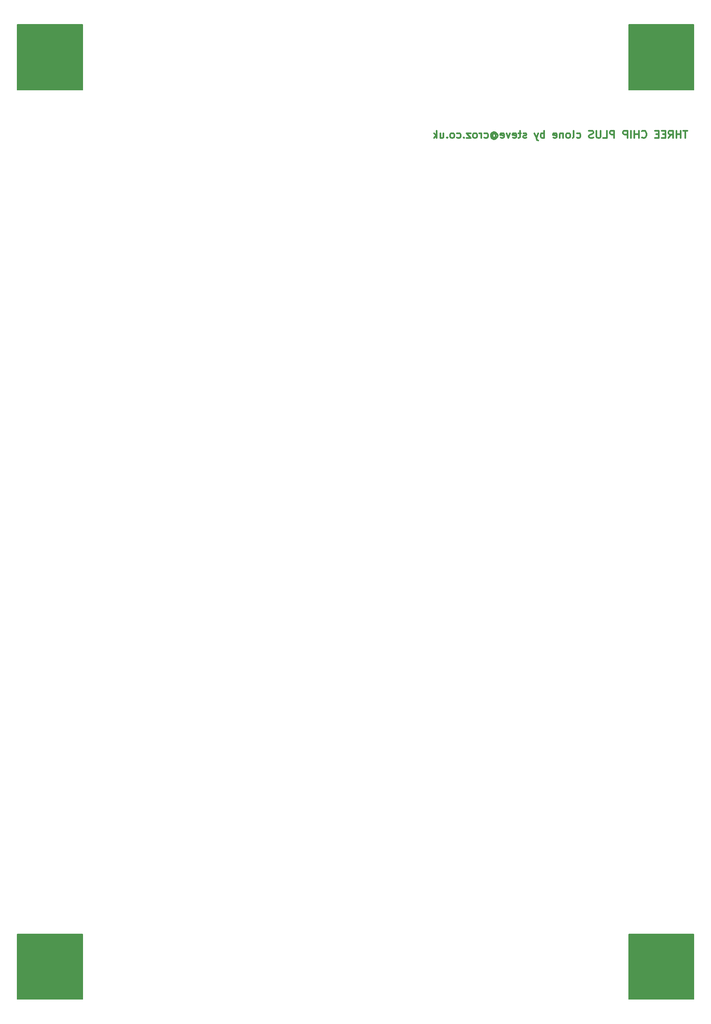
<source format=gbo>
G04 #@! TF.GenerationSoftware,KiCad,Pcbnew,(5.0.1-3-g963ef8bb5)*
G04 #@! TF.CreationDate,2021-04-15T11:53:04-07:00*
G04 #@! TF.ProjectId,three chip plus,7468726565206368697020706C75732E,rev?*
G04 #@! TF.SameCoordinates,Original*
G04 #@! TF.FileFunction,Legend,Bot*
G04 #@! TF.FilePolarity,Positive*
%FSLAX46Y46*%
G04 Gerber Fmt 4.6, Leading zero omitted, Abs format (unit mm)*
G04 Created by KiCad (PCBNEW (5.0.1-3-g963ef8bb5)) date Thursday, 15 April 2021 at 11:53:04*
%MOMM*%
%LPD*%
G01*
G04 APERTURE LIST*
%ADD10C,0.150000*%
%ADD11C,0.300000*%
G04 APERTURE END LIST*
D10*
G36*
X31877000Y-202184000D02*
X44958000Y-202184000D01*
X44958000Y-215265000D01*
X31877000Y-215265000D01*
X31877000Y-202184000D01*
G37*
X31877000Y-202184000D02*
X44958000Y-202184000D01*
X44958000Y-215265000D01*
X31877000Y-215265000D01*
X31877000Y-202184000D01*
G36*
X154686000Y-202184000D02*
X167767000Y-202184000D01*
X167767000Y-215265000D01*
X154686000Y-215265000D01*
X154686000Y-202184000D01*
G37*
X154686000Y-202184000D02*
X167767000Y-202184000D01*
X167767000Y-215265000D01*
X154686000Y-215265000D01*
X154686000Y-202184000D01*
G36*
X154686000Y-19685000D02*
X167767000Y-19685000D01*
X167767000Y-32766000D01*
X154686000Y-32766000D01*
X154686000Y-19685000D01*
G37*
X154686000Y-19685000D02*
X167767000Y-19685000D01*
X167767000Y-32766000D01*
X154686000Y-32766000D01*
X154686000Y-19685000D01*
G36*
X31877000Y-19685000D02*
X44958000Y-19685000D01*
X44958000Y-32766000D01*
X31877000Y-32766000D01*
X31877000Y-19685000D01*
G37*
X31877000Y-19685000D02*
X44958000Y-19685000D01*
X44958000Y-32766000D01*
X31877000Y-32766000D01*
X31877000Y-19685000D01*
D11*
X166505714Y-40961571D02*
X165648571Y-40961571D01*
X166077142Y-42461571D02*
X166077142Y-40961571D01*
X165148571Y-42461571D02*
X165148571Y-40961571D01*
X165148571Y-41675857D02*
X164291428Y-41675857D01*
X164291428Y-42461571D02*
X164291428Y-40961571D01*
X162720000Y-42461571D02*
X163220000Y-41747285D01*
X163577142Y-42461571D02*
X163577142Y-40961571D01*
X163005714Y-40961571D01*
X162862857Y-41033000D01*
X162791428Y-41104428D01*
X162720000Y-41247285D01*
X162720000Y-41461571D01*
X162791428Y-41604428D01*
X162862857Y-41675857D01*
X163005714Y-41747285D01*
X163577142Y-41747285D01*
X162077142Y-41675857D02*
X161577142Y-41675857D01*
X161362857Y-42461571D02*
X162077142Y-42461571D01*
X162077142Y-40961571D01*
X161362857Y-40961571D01*
X160720000Y-41675857D02*
X160220000Y-41675857D01*
X160005714Y-42461571D02*
X160720000Y-42461571D01*
X160720000Y-40961571D01*
X160005714Y-40961571D01*
X157362857Y-42318714D02*
X157434285Y-42390142D01*
X157648571Y-42461571D01*
X157791428Y-42461571D01*
X158005714Y-42390142D01*
X158148571Y-42247285D01*
X158220000Y-42104428D01*
X158291428Y-41818714D01*
X158291428Y-41604428D01*
X158220000Y-41318714D01*
X158148571Y-41175857D01*
X158005714Y-41033000D01*
X157791428Y-40961571D01*
X157648571Y-40961571D01*
X157434285Y-41033000D01*
X157362857Y-41104428D01*
X156720000Y-42461571D02*
X156720000Y-40961571D01*
X156720000Y-41675857D02*
X155862857Y-41675857D01*
X155862857Y-42461571D02*
X155862857Y-40961571D01*
X155148571Y-42461571D02*
X155148571Y-40961571D01*
X154434285Y-42461571D02*
X154434285Y-40961571D01*
X153862857Y-40961571D01*
X153720000Y-41033000D01*
X153648571Y-41104428D01*
X153577142Y-41247285D01*
X153577142Y-41461571D01*
X153648571Y-41604428D01*
X153720000Y-41675857D01*
X153862857Y-41747285D01*
X154434285Y-41747285D01*
X151791428Y-42461571D02*
X151791428Y-40961571D01*
X151220000Y-40961571D01*
X151077142Y-41033000D01*
X151005714Y-41104428D01*
X150934285Y-41247285D01*
X150934285Y-41461571D01*
X151005714Y-41604428D01*
X151077142Y-41675857D01*
X151220000Y-41747285D01*
X151791428Y-41747285D01*
X149577142Y-42461571D02*
X150291428Y-42461571D01*
X150291428Y-40961571D01*
X149077142Y-40961571D02*
X149077142Y-42175857D01*
X149005714Y-42318714D01*
X148934285Y-42390142D01*
X148791428Y-42461571D01*
X148505714Y-42461571D01*
X148362857Y-42390142D01*
X148291428Y-42318714D01*
X148220000Y-42175857D01*
X148220000Y-40961571D01*
X147577142Y-42390142D02*
X147362857Y-42461571D01*
X147005714Y-42461571D01*
X146862857Y-42390142D01*
X146791428Y-42318714D01*
X146720000Y-42175857D01*
X146720000Y-42033000D01*
X146791428Y-41890142D01*
X146862857Y-41818714D01*
X147005714Y-41747285D01*
X147291428Y-41675857D01*
X147434285Y-41604428D01*
X147505714Y-41533000D01*
X147577142Y-41390142D01*
X147577142Y-41247285D01*
X147505714Y-41104428D01*
X147434285Y-41033000D01*
X147291428Y-40961571D01*
X146934285Y-40961571D01*
X146720000Y-41033000D01*
X144291428Y-42390142D02*
X144434285Y-42461571D01*
X144720000Y-42461571D01*
X144862857Y-42390142D01*
X144934285Y-42318714D01*
X145005714Y-42175857D01*
X145005714Y-41747285D01*
X144934285Y-41604428D01*
X144862857Y-41533000D01*
X144720000Y-41461571D01*
X144434285Y-41461571D01*
X144291428Y-41533000D01*
X143434285Y-42461571D02*
X143577142Y-42390142D01*
X143648571Y-42247285D01*
X143648571Y-40961571D01*
X142648571Y-42461571D02*
X142791428Y-42390142D01*
X142862857Y-42318714D01*
X142934285Y-42175857D01*
X142934285Y-41747285D01*
X142862857Y-41604428D01*
X142791428Y-41533000D01*
X142648571Y-41461571D01*
X142434285Y-41461571D01*
X142291428Y-41533000D01*
X142220000Y-41604428D01*
X142148571Y-41747285D01*
X142148571Y-42175857D01*
X142220000Y-42318714D01*
X142291428Y-42390142D01*
X142434285Y-42461571D01*
X142648571Y-42461571D01*
X141505714Y-41461571D02*
X141505714Y-42461571D01*
X141505714Y-41604428D02*
X141434285Y-41533000D01*
X141291428Y-41461571D01*
X141077142Y-41461571D01*
X140934285Y-41533000D01*
X140862857Y-41675857D01*
X140862857Y-42461571D01*
X139577142Y-42390142D02*
X139719999Y-42461571D01*
X140005714Y-42461571D01*
X140148571Y-42390142D01*
X140219999Y-42247285D01*
X140219999Y-41675857D01*
X140148571Y-41533000D01*
X140005714Y-41461571D01*
X139719999Y-41461571D01*
X139577142Y-41533000D01*
X139505714Y-41675857D01*
X139505714Y-41818714D01*
X140219999Y-41961571D01*
X137719999Y-42461571D02*
X137719999Y-40961571D01*
X137719999Y-41533000D02*
X137577142Y-41461571D01*
X137291428Y-41461571D01*
X137148571Y-41533000D01*
X137077142Y-41604428D01*
X137005714Y-41747285D01*
X137005714Y-42175857D01*
X137077142Y-42318714D01*
X137148571Y-42390142D01*
X137291428Y-42461571D01*
X137577142Y-42461571D01*
X137719999Y-42390142D01*
X136505714Y-41461571D02*
X136148571Y-42461571D01*
X135791428Y-41461571D02*
X136148571Y-42461571D01*
X136291428Y-42818714D01*
X136362857Y-42890142D01*
X136505714Y-42961571D01*
X134148571Y-42390142D02*
X134005714Y-42461571D01*
X133719999Y-42461571D01*
X133577142Y-42390142D01*
X133505714Y-42247285D01*
X133505714Y-42175857D01*
X133577142Y-42033000D01*
X133719999Y-41961571D01*
X133934285Y-41961571D01*
X134077142Y-41890142D01*
X134148571Y-41747285D01*
X134148571Y-41675857D01*
X134077142Y-41533000D01*
X133934285Y-41461571D01*
X133719999Y-41461571D01*
X133577142Y-41533000D01*
X133077142Y-41461571D02*
X132505714Y-41461571D01*
X132862857Y-40961571D02*
X132862857Y-42247285D01*
X132791428Y-42390142D01*
X132648571Y-42461571D01*
X132505714Y-42461571D01*
X131434285Y-42390142D02*
X131577142Y-42461571D01*
X131862857Y-42461571D01*
X132005714Y-42390142D01*
X132077142Y-42247285D01*
X132077142Y-41675857D01*
X132005714Y-41533000D01*
X131862857Y-41461571D01*
X131577142Y-41461571D01*
X131434285Y-41533000D01*
X131362857Y-41675857D01*
X131362857Y-41818714D01*
X132077142Y-41961571D01*
X130862857Y-41461571D02*
X130505714Y-42461571D01*
X130148571Y-41461571D01*
X129005714Y-42390142D02*
X129148571Y-42461571D01*
X129434285Y-42461571D01*
X129577142Y-42390142D01*
X129648571Y-42247285D01*
X129648571Y-41675857D01*
X129577142Y-41533000D01*
X129434285Y-41461571D01*
X129148571Y-41461571D01*
X129005714Y-41533000D01*
X128934285Y-41675857D01*
X128934285Y-41818714D01*
X129648571Y-41961571D01*
X127362857Y-41747285D02*
X127434285Y-41675857D01*
X127577142Y-41604428D01*
X127719999Y-41604428D01*
X127862857Y-41675857D01*
X127934285Y-41747285D01*
X128005714Y-41890142D01*
X128005714Y-42033000D01*
X127934285Y-42175857D01*
X127862857Y-42247285D01*
X127719999Y-42318714D01*
X127577142Y-42318714D01*
X127434285Y-42247285D01*
X127362857Y-42175857D01*
X127362857Y-41604428D02*
X127362857Y-42175857D01*
X127291428Y-42247285D01*
X127219999Y-42247285D01*
X127077142Y-42175857D01*
X127005714Y-42033000D01*
X127005714Y-41675857D01*
X127148571Y-41461571D01*
X127362857Y-41318714D01*
X127648571Y-41247285D01*
X127934285Y-41318714D01*
X128148571Y-41461571D01*
X128291428Y-41675857D01*
X128362857Y-41961571D01*
X128291428Y-42247285D01*
X128148571Y-42461571D01*
X127934285Y-42604428D01*
X127648571Y-42675857D01*
X127362857Y-42604428D01*
X127148571Y-42461571D01*
X125719999Y-42390142D02*
X125862857Y-42461571D01*
X126148571Y-42461571D01*
X126291428Y-42390142D01*
X126362857Y-42318714D01*
X126434285Y-42175857D01*
X126434285Y-41747285D01*
X126362857Y-41604428D01*
X126291428Y-41533000D01*
X126148571Y-41461571D01*
X125862857Y-41461571D01*
X125719999Y-41533000D01*
X125077142Y-42461571D02*
X125077142Y-41461571D01*
X125077142Y-41747285D02*
X125005714Y-41604428D01*
X124934285Y-41533000D01*
X124791428Y-41461571D01*
X124648571Y-41461571D01*
X123934285Y-42461571D02*
X124077142Y-42390142D01*
X124148571Y-42318714D01*
X124219999Y-42175857D01*
X124219999Y-41747285D01*
X124148571Y-41604428D01*
X124077142Y-41533000D01*
X123934285Y-41461571D01*
X123719999Y-41461571D01*
X123577142Y-41533000D01*
X123505714Y-41604428D01*
X123434285Y-41747285D01*
X123434285Y-42175857D01*
X123505714Y-42318714D01*
X123577142Y-42390142D01*
X123719999Y-42461571D01*
X123934285Y-42461571D01*
X122934285Y-41461571D02*
X122148571Y-41461571D01*
X122934285Y-42461571D01*
X122148571Y-42461571D01*
X121577142Y-42318714D02*
X121505714Y-42390142D01*
X121577142Y-42461571D01*
X121648571Y-42390142D01*
X121577142Y-42318714D01*
X121577142Y-42461571D01*
X120219999Y-42390142D02*
X120362857Y-42461571D01*
X120648571Y-42461571D01*
X120791428Y-42390142D01*
X120862857Y-42318714D01*
X120934285Y-42175857D01*
X120934285Y-41747285D01*
X120862857Y-41604428D01*
X120791428Y-41533000D01*
X120648571Y-41461571D01*
X120362857Y-41461571D01*
X120219999Y-41533000D01*
X119362857Y-42461571D02*
X119505714Y-42390142D01*
X119577142Y-42318714D01*
X119648571Y-42175857D01*
X119648571Y-41747285D01*
X119577142Y-41604428D01*
X119505714Y-41533000D01*
X119362857Y-41461571D01*
X119148571Y-41461571D01*
X119005714Y-41533000D01*
X118934285Y-41604428D01*
X118862857Y-41747285D01*
X118862857Y-42175857D01*
X118934285Y-42318714D01*
X119005714Y-42390142D01*
X119148571Y-42461571D01*
X119362857Y-42461571D01*
X118219999Y-42318714D02*
X118148571Y-42390142D01*
X118219999Y-42461571D01*
X118291428Y-42390142D01*
X118219999Y-42318714D01*
X118219999Y-42461571D01*
X116862857Y-41461571D02*
X116862857Y-42461571D01*
X117505714Y-41461571D02*
X117505714Y-42247285D01*
X117434285Y-42390142D01*
X117291428Y-42461571D01*
X117077142Y-42461571D01*
X116934285Y-42390142D01*
X116862857Y-42318714D01*
X116148571Y-42461571D02*
X116148571Y-40961571D01*
X116005714Y-41890142D02*
X115577142Y-42461571D01*
X115577142Y-41461571D02*
X116148571Y-42033000D01*
M02*

</source>
